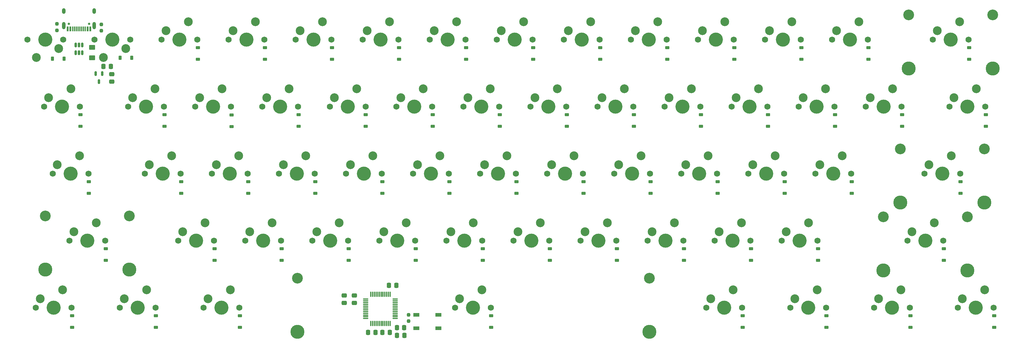
<source format=gbs>
G04 #@! TF.GenerationSoftware,KiCad,Pcbnew,8.0.3*
G04 #@! TF.CreationDate,2025-10-01T01:01:48-04:00*
G04 #@! TF.ProjectId,KP60,4b503630-2e6b-4696-9361-645f70636258,rev?*
G04 #@! TF.SameCoordinates,Original*
G04 #@! TF.FileFunction,Soldermask,Bot*
G04 #@! TF.FilePolarity,Negative*
%FSLAX46Y46*%
G04 Gerber Fmt 4.6, Leading zero omitted, Abs format (unit mm)*
G04 Created by KiCad (PCBNEW 8.0.3) date 2025-10-01 01:01:48*
%MOMM*%
%LPD*%
G01*
G04 APERTURE LIST*
G04 Aperture macros list*
%AMRoundRect*
0 Rectangle with rounded corners*
0 $1 Rounding radius*
0 $2 $3 $4 $5 $6 $7 $8 $9 X,Y pos of 4 corners*
0 Add a 4 corners polygon primitive as box body*
4,1,4,$2,$3,$4,$5,$6,$7,$8,$9,$2,$3,0*
0 Add four circle primitives for the rounded corners*
1,1,$1+$1,$2,$3*
1,1,$1+$1,$4,$5*
1,1,$1+$1,$6,$7*
1,1,$1+$1,$8,$9*
0 Add four rect primitives between the rounded corners*
20,1,$1+$1,$2,$3,$4,$5,0*
20,1,$1+$1,$4,$5,$6,$7,0*
20,1,$1+$1,$6,$7,$8,$9,0*
20,1,$1+$1,$8,$9,$2,$3,0*%
G04 Aperture macros list end*
%ADD10C,1.750000*%
%ADD11C,4.000000*%
%ADD12C,2.500000*%
%ADD13C,3.048000*%
%ADD14C,3.987800*%
%ADD15RoundRect,0.237500X-0.237500X0.250000X-0.237500X-0.250000X0.237500X-0.250000X0.237500X0.250000X0*%
%ADD16RoundRect,0.225000X0.375000X-0.225000X0.375000X0.225000X-0.375000X0.225000X-0.375000X-0.225000X0*%
%ADD17RoundRect,0.250000X0.337500X0.475000X-0.337500X0.475000X-0.337500X-0.475000X0.337500X-0.475000X0*%
%ADD18RoundRect,0.250000X0.475000X-0.337500X0.475000X0.337500X-0.475000X0.337500X-0.475000X-0.337500X0*%
%ADD19RoundRect,0.075000X0.075000X-0.662500X0.075000X0.662500X-0.075000X0.662500X-0.075000X-0.662500X0*%
%ADD20RoundRect,0.075000X0.662500X-0.075000X0.662500X0.075000X-0.662500X0.075000X-0.662500X-0.075000X0*%
%ADD21RoundRect,0.150000X-0.150000X0.512500X-0.150000X-0.512500X0.150000X-0.512500X0.150000X0.512500X0*%
%ADD22RoundRect,0.225000X0.225000X0.375000X-0.225000X0.375000X-0.225000X-0.375000X0.225000X-0.375000X0*%
%ADD23C,0.650000*%
%ADD24R,0.600000X1.450000*%
%ADD25R,0.300000X1.450000*%
%ADD26O,1.000000X1.600000*%
%ADD27O,1.000000X2.100000*%
%ADD28R,1.700000X1.000000*%
%ADD29RoundRect,0.150000X0.150000X-0.512500X0.150000X0.512500X-0.150000X0.512500X-0.150000X-0.512500X0*%
%ADD30RoundRect,0.250001X-0.624999X0.462499X-0.624999X-0.462499X0.624999X-0.462499X0.624999X0.462499X0*%
%ADD31RoundRect,0.250000X-0.337500X-0.475000X0.337500X-0.475000X0.337500X0.475000X-0.337500X0.475000X0*%
%ADD32RoundRect,0.250000X-0.475000X0.337500X-0.475000X-0.337500X0.475000X-0.337500X0.475000X0.337500X0*%
G04 APERTURE END LIST*
D10*
X327818750Y-83058000D03*
D11*
X332898750Y-83058000D03*
D10*
X337978750Y-83058000D03*
D12*
X329088750Y-80518000D03*
X335438750Y-77978000D03*
D10*
X275431250Y-121158000D03*
D11*
X280511250Y-121158000D03*
D10*
X285591250Y-121158000D03*
D12*
X276701250Y-118618000D03*
X283051250Y-116078000D03*
D10*
X170656250Y-140208000D03*
D11*
X175736250Y-140208000D03*
D10*
X180816250Y-140208000D03*
D12*
X171926250Y-137668000D03*
X178276250Y-135128000D03*
D10*
X161131250Y-121158000D03*
D11*
X166211250Y-121158000D03*
D10*
X171291250Y-121158000D03*
D12*
X162401250Y-118618000D03*
X168751250Y-116078000D03*
D10*
X223043750Y-83058000D03*
D11*
X228123750Y-83058000D03*
D10*
X233203750Y-83058000D03*
D12*
X224313750Y-80518000D03*
X230663750Y-77978000D03*
D13*
X320962000Y-76075000D03*
D14*
X320962000Y-91285000D03*
D13*
X344838000Y-76075000D03*
D14*
X344838000Y-91285000D03*
D10*
X294481250Y-121158000D03*
D11*
X299561250Y-121158000D03*
D10*
X304641250Y-121158000D03*
D12*
X295751250Y-118618000D03*
X302101250Y-116078000D03*
D10*
X103981250Y-121158000D03*
D11*
X109061250Y-121158000D03*
D10*
X114141250Y-121158000D03*
D12*
X105251250Y-118618000D03*
X111601250Y-116078000D03*
D10*
X175418750Y-102108000D03*
D11*
X180498750Y-102108000D03*
D10*
X185578750Y-102108000D03*
D12*
X176688750Y-99568000D03*
X183038750Y-97028000D03*
D10*
X332581250Y-102108000D03*
D11*
X337661250Y-102108000D03*
D10*
X342741250Y-102108000D03*
D12*
X333851250Y-99568000D03*
X340201250Y-97028000D03*
D10*
X137318750Y-102108000D03*
D11*
X142398750Y-102108000D03*
D10*
X147478750Y-102108000D03*
D12*
X138588750Y-99568000D03*
X144938750Y-97028000D03*
D10*
X82550000Y-140208000D03*
D11*
X87630000Y-140208000D03*
D10*
X92710000Y-140208000D03*
D12*
X83820000Y-137668000D03*
X90170000Y-135128000D03*
D10*
X118268750Y-102108000D03*
D11*
X123348750Y-102108000D03*
D10*
X128428750Y-102108000D03*
D12*
X119538750Y-99568000D03*
X125888750Y-97028000D03*
D10*
X189706250Y-140208000D03*
D11*
X194786250Y-140208000D03*
D10*
X199866250Y-140208000D03*
D12*
X190976250Y-137668000D03*
X197326250Y-135128000D03*
D10*
X334962500Y-159258000D03*
D11*
X340042500Y-159258000D03*
D10*
X345122500Y-159258000D03*
D12*
X336232500Y-156718000D03*
X342582500Y-154178000D03*
D10*
X192087500Y-159258000D03*
D11*
X197167500Y-159258000D03*
D10*
X202247500Y-159258000D03*
D12*
X193357500Y-156718000D03*
X199707500Y-154178000D03*
D10*
X227806250Y-140208000D03*
D11*
X232886250Y-140208000D03*
D10*
X237966250Y-140208000D03*
D12*
X229076250Y-137668000D03*
X235426250Y-135128000D03*
D10*
X289718750Y-102108000D03*
D11*
X294798750Y-102108000D03*
D10*
X299878750Y-102108000D03*
D12*
X290988750Y-99568000D03*
X297338750Y-97028000D03*
D10*
X73025000Y-159258000D03*
D11*
X78105000Y-159258000D03*
D10*
X83185000Y-159258000D03*
D12*
X74295000Y-156718000D03*
X80645000Y-154178000D03*
D10*
X213518750Y-102108000D03*
D11*
X218598750Y-102108000D03*
D10*
X223678750Y-102108000D03*
D12*
X214788750Y-99568000D03*
X221138750Y-97028000D03*
D10*
X299243750Y-83058000D03*
D11*
X304323750Y-83058000D03*
D10*
X309403750Y-83058000D03*
D12*
X300513750Y-80518000D03*
X306863750Y-77978000D03*
D10*
X194468750Y-102108000D03*
D11*
X199548750Y-102108000D03*
D10*
X204628750Y-102108000D03*
D12*
X195738750Y-99568000D03*
X202088750Y-97028000D03*
D10*
X132556250Y-140208000D03*
D11*
X137636250Y-140208000D03*
D10*
X142716250Y-140208000D03*
D12*
X133826250Y-137668000D03*
X140176250Y-135128000D03*
D10*
X127793750Y-83058000D03*
D11*
X132873750Y-83058000D03*
D10*
X137953750Y-83058000D03*
D12*
X129063750Y-80518000D03*
X135413750Y-77978000D03*
D10*
X80803750Y-83058000D03*
D11*
X75723750Y-83058000D03*
D10*
X70643750Y-83058000D03*
D12*
X79533750Y-85598000D03*
X73183750Y-88138000D03*
D10*
X180181250Y-121158000D03*
D11*
X185261250Y-121158000D03*
D10*
X190341250Y-121158000D03*
D12*
X181451250Y-118618000D03*
X187801250Y-116078000D03*
D10*
X96837500Y-159258000D03*
D11*
X101917500Y-159258000D03*
D10*
X106997500Y-159258000D03*
D12*
X98107500Y-156718000D03*
X104457500Y-154178000D03*
D10*
X151606250Y-140208000D03*
D11*
X156686250Y-140208000D03*
D10*
X161766250Y-140208000D03*
D12*
X152876250Y-137668000D03*
X159226250Y-135128000D03*
D10*
X308768750Y-102108000D03*
D11*
X313848750Y-102108000D03*
D10*
X318928750Y-102108000D03*
D12*
X310038750Y-99568000D03*
X316388750Y-97028000D03*
D13*
X147297000Y-150890000D03*
D14*
X147297000Y-166100000D03*
D13*
X247297000Y-150890000D03*
D14*
X247297000Y-166100000D03*
D10*
X270668750Y-102108000D03*
D11*
X275748750Y-102108000D03*
D10*
X280828750Y-102108000D03*
D12*
X271938750Y-99568000D03*
X278288750Y-97028000D03*
D10*
X232568750Y-102108000D03*
D11*
X237648750Y-102108000D03*
D10*
X242728750Y-102108000D03*
D12*
X233838750Y-99568000D03*
X240188750Y-97028000D03*
D10*
X120650000Y-159258000D03*
D11*
X125730000Y-159258000D03*
D10*
X130810000Y-159258000D03*
D12*
X121920000Y-156718000D03*
X128270000Y-154178000D03*
D10*
X218281250Y-121158000D03*
D11*
X223361250Y-121158000D03*
D10*
X228441250Y-121158000D03*
D12*
X219551250Y-118618000D03*
X225901250Y-116078000D03*
D10*
X203993750Y-83058000D03*
D11*
X209073750Y-83058000D03*
D10*
X214153750Y-83058000D03*
D12*
X205263750Y-80518000D03*
X211613750Y-77978000D03*
D13*
X318582000Y-114175000D03*
D14*
X318582000Y-129385000D03*
D13*
X342458000Y-114175000D03*
D14*
X342458000Y-129385000D03*
D10*
X99218750Y-102108000D03*
D11*
X104298750Y-102108000D03*
D10*
X109378750Y-102108000D03*
D12*
X100488750Y-99568000D03*
X106838750Y-97028000D03*
D10*
X108743750Y-83058000D03*
D11*
X113823750Y-83058000D03*
D10*
X118903750Y-83058000D03*
D12*
X110013750Y-80518000D03*
X116363750Y-77978000D03*
D10*
X199231250Y-121158000D03*
D11*
X204311250Y-121158000D03*
D10*
X209391250Y-121158000D03*
D12*
X200501250Y-118618000D03*
X206851250Y-116078000D03*
D10*
X256381250Y-121158000D03*
D11*
X261461250Y-121158000D03*
D10*
X266541250Y-121158000D03*
D12*
X257651250Y-118618000D03*
X264001250Y-116078000D03*
D10*
X242093750Y-83058000D03*
D11*
X247173750Y-83058000D03*
D10*
X252253750Y-83058000D03*
D12*
X243363750Y-80518000D03*
X249713750Y-77978000D03*
D10*
X287337500Y-159258000D03*
D11*
X292417500Y-159258000D03*
D10*
X297497500Y-159258000D03*
D12*
X288607500Y-156718000D03*
X294957500Y-154178000D03*
D10*
X146843750Y-83058000D03*
D11*
X151923750Y-83058000D03*
D10*
X157003750Y-83058000D03*
D12*
X148113750Y-80518000D03*
X154463750Y-77978000D03*
D10*
X280193750Y-83058000D03*
D11*
X285273750Y-83058000D03*
D10*
X290353750Y-83058000D03*
D12*
X281463750Y-80518000D03*
X287813750Y-77978000D03*
D10*
X246856250Y-140208000D03*
D11*
X251936250Y-140208000D03*
D10*
X257016250Y-140208000D03*
D12*
X248126250Y-137668000D03*
X254476250Y-135128000D03*
D10*
X265906250Y-140208000D03*
D11*
X270986250Y-140208000D03*
D10*
X276066250Y-140208000D03*
D12*
X267176250Y-137668000D03*
X273526250Y-135128000D03*
D10*
X311150000Y-159258000D03*
D11*
X316230000Y-159258000D03*
D10*
X321310000Y-159258000D03*
D12*
X312420000Y-156718000D03*
X318770000Y-154178000D03*
D10*
X156527500Y-102108000D03*
D11*
X161607500Y-102108000D03*
D10*
X166687500Y-102108000D03*
D12*
X157797500Y-99568000D03*
X164147500Y-97028000D03*
D10*
X261143750Y-83058000D03*
D11*
X266223750Y-83058000D03*
D10*
X271303750Y-83058000D03*
D12*
X262413750Y-80518000D03*
X268763750Y-77978000D03*
D10*
X75406250Y-102108000D03*
D11*
X80486250Y-102108000D03*
D10*
X85566250Y-102108000D03*
D12*
X76676250Y-99568000D03*
X83026250Y-97028000D03*
D13*
X75692000Y-133225000D03*
D14*
X75692000Y-148435000D03*
D13*
X99568000Y-133225000D03*
D14*
X99568000Y-148435000D03*
D10*
X77787500Y-121158000D03*
D11*
X82867500Y-121158000D03*
D10*
X87947500Y-121158000D03*
D12*
X79057500Y-118618000D03*
X85407500Y-116078000D03*
D13*
X313812000Y-133435000D03*
D14*
X313812000Y-148645000D03*
D13*
X337688000Y-133435000D03*
D14*
X337688000Y-148645000D03*
D10*
X208756250Y-140208000D03*
D11*
X213836250Y-140208000D03*
D10*
X218916250Y-140208000D03*
D12*
X210026250Y-137668000D03*
X216376250Y-135128000D03*
D10*
X320675000Y-140208000D03*
D11*
X325755000Y-140208000D03*
D10*
X330835000Y-140208000D03*
D12*
X321945000Y-137668000D03*
X328295000Y-135128000D03*
D10*
X263525000Y-159258000D03*
D11*
X268605000Y-159258000D03*
D10*
X273685000Y-159258000D03*
D12*
X264795000Y-156718000D03*
X271145000Y-154178000D03*
D10*
X113506250Y-140208000D03*
D11*
X118586250Y-140208000D03*
D10*
X123666250Y-140208000D03*
D12*
X114776250Y-137668000D03*
X121126250Y-135128000D03*
D10*
X284956250Y-140208000D03*
D11*
X290036250Y-140208000D03*
D10*
X295116250Y-140208000D03*
D12*
X286226250Y-137668000D03*
X292576250Y-135128000D03*
D10*
X237331250Y-121158000D03*
D11*
X242411250Y-121158000D03*
D10*
X247491250Y-121158000D03*
D12*
X238601250Y-118618000D03*
X244951250Y-116078000D03*
D10*
X142081250Y-121158000D03*
D11*
X147161250Y-121158000D03*
D10*
X152241250Y-121158000D03*
D12*
X143351250Y-118618000D03*
X149701250Y-116078000D03*
D10*
X165893750Y-83058000D03*
D11*
X170973750Y-83058000D03*
D10*
X176053750Y-83058000D03*
D12*
X167163750Y-80518000D03*
X173513750Y-77978000D03*
D10*
X251618750Y-102108000D03*
D11*
X256698750Y-102108000D03*
D10*
X261778750Y-102108000D03*
D12*
X252888750Y-99568000D03*
X259238750Y-97028000D03*
D10*
X325437500Y-121158000D03*
D11*
X330517500Y-121158000D03*
D10*
X335597500Y-121158000D03*
D12*
X326707500Y-118618000D03*
X333057500Y-116078000D03*
D10*
X184943750Y-83058000D03*
D11*
X190023750Y-83058000D03*
D10*
X195103750Y-83058000D03*
D12*
X186213750Y-80518000D03*
X192563750Y-77978000D03*
D10*
X99853750Y-83058000D03*
D11*
X94773750Y-83058000D03*
D10*
X89693750Y-83058000D03*
D12*
X98583750Y-85598000D03*
X92233750Y-88138000D03*
D10*
X123031250Y-121158000D03*
D11*
X128111250Y-121158000D03*
D10*
X133191250Y-121158000D03*
D12*
X124301250Y-118618000D03*
X130651250Y-116078000D03*
D15*
X79050000Y-78605000D03*
X79050000Y-80430000D03*
D16*
X319087500Y-107726750D03*
X319087500Y-104426750D03*
D17*
X177697500Y-167140000D03*
X175622500Y-167140000D03*
D16*
X285750000Y-126776750D03*
X285750000Y-123476750D03*
X261937500Y-107726750D03*
X261937500Y-104426750D03*
X233362500Y-88676750D03*
X233362500Y-85376750D03*
X297656250Y-164876750D03*
X297656250Y-161576750D03*
X92868750Y-145826750D03*
X92868750Y-142526750D03*
X200025000Y-145826750D03*
X200025000Y-142526750D03*
X280987500Y-107726750D03*
X280987500Y-104426750D03*
X161925000Y-145826750D03*
X161925000Y-142526750D03*
X176212500Y-88676750D03*
X176212500Y-85376750D03*
X223837500Y-107726750D03*
X223837500Y-104426750D03*
X202406250Y-164876750D03*
X202406250Y-161576750D03*
D17*
X177687500Y-164980000D03*
X175612500Y-164980000D03*
D16*
X204787500Y-107726750D03*
X204787500Y-104426750D03*
X242887500Y-107726750D03*
X242887500Y-104426750D03*
D15*
X91620000Y-78727500D03*
X91620000Y-80552500D03*
D16*
X152400000Y-126776750D03*
X152400000Y-123476750D03*
X214312500Y-88676750D03*
X214312500Y-85376750D03*
X88106250Y-126776750D03*
X88106250Y-123476750D03*
D18*
X94550000Y-94967500D03*
X94550000Y-92892500D03*
D16*
X133350000Y-126776750D03*
X133350000Y-123476750D03*
D19*
X173680000Y-163760000D03*
X173180000Y-163760000D03*
X172680000Y-163760000D03*
X172180000Y-163760000D03*
X171680000Y-163760000D03*
X171180000Y-163760000D03*
X170680000Y-163760000D03*
X170180000Y-163760000D03*
X169680000Y-163760000D03*
X169180000Y-163760000D03*
X168680000Y-163760000D03*
X168180000Y-163760000D03*
D20*
X166767500Y-162347500D03*
X166767500Y-161847500D03*
X166767500Y-161347500D03*
X166767500Y-160847500D03*
X166767500Y-160347500D03*
X166767500Y-159847500D03*
X166767500Y-159347500D03*
X166767500Y-158847500D03*
X166767500Y-158347500D03*
X166767500Y-157847500D03*
X166767500Y-157347500D03*
X166767500Y-156847500D03*
D19*
X168180000Y-155435000D03*
X168680000Y-155435000D03*
X169180000Y-155435000D03*
X169680000Y-155435000D03*
X170180000Y-155435000D03*
X170680000Y-155435000D03*
X171180000Y-155435000D03*
X171680000Y-155435000D03*
X172180000Y-155435000D03*
X172680000Y-155435000D03*
X173180000Y-155435000D03*
X173680000Y-155435000D03*
D20*
X175092500Y-156847500D03*
X175092500Y-157347500D03*
X175092500Y-157847500D03*
X175092500Y-158347500D03*
X175092500Y-158847500D03*
X175092500Y-159347500D03*
X175092500Y-159847500D03*
X175092500Y-160347500D03*
X175092500Y-160847500D03*
X175092500Y-161347500D03*
X175092500Y-161847500D03*
X175092500Y-162347500D03*
D16*
X321468750Y-164876750D03*
X321468750Y-161576750D03*
X309562500Y-88676750D03*
X309562500Y-85376750D03*
D21*
X90000000Y-92735000D03*
X91900000Y-92735000D03*
X90950000Y-95010000D03*
D16*
X171450000Y-126776750D03*
X171450000Y-123476750D03*
X342900000Y-107726750D03*
X342900000Y-104426750D03*
X195262500Y-88676750D03*
X195262500Y-85376750D03*
X130968750Y-164876750D03*
X130968750Y-161576750D03*
D22*
X100287500Y-88265000D03*
X96987500Y-88265000D03*
D16*
X276225000Y-145826750D03*
X276225000Y-142526750D03*
D23*
X82392500Y-78580000D03*
X88172500Y-78580000D03*
D24*
X82032500Y-80025000D03*
X82832500Y-80025000D03*
D25*
X84032500Y-80025000D03*
X85032500Y-80025000D03*
X85532500Y-80025000D03*
X86532500Y-80025000D03*
D24*
X87732500Y-80025000D03*
X88532500Y-80025000D03*
X88532500Y-80025000D03*
X87732500Y-80025000D03*
D25*
X87032500Y-80025000D03*
X86032500Y-80025000D03*
X84532500Y-80025000D03*
X83532500Y-80025000D03*
D24*
X82832500Y-80025000D03*
X82032500Y-80025000D03*
D26*
X80962500Y-74930000D03*
D27*
X80962500Y-79110000D03*
D26*
X89602500Y-74930000D03*
D27*
X89602500Y-79110000D03*
D16*
X109537500Y-107726750D03*
X109537500Y-104426750D03*
X345281250Y-164876750D03*
X345281250Y-161576750D03*
X157162500Y-88676750D03*
X157162500Y-85376750D03*
D28*
X181100000Y-165070000D03*
X187400000Y-165070000D03*
X181100000Y-161270000D03*
X187400000Y-161270000D03*
D22*
X81026000Y-88519000D03*
X77726000Y-88519000D03*
D16*
X304800000Y-126776750D03*
X304800000Y-123476750D03*
X83343750Y-164876750D03*
X83343750Y-161576750D03*
D29*
X86230000Y-86830000D03*
X85280000Y-86830000D03*
X84330000Y-86830000D03*
X84330000Y-84555000D03*
X85280000Y-84555000D03*
X86230000Y-84555000D03*
D16*
X335756250Y-126776750D03*
X335756250Y-123476750D03*
X114300000Y-126776750D03*
X114300000Y-123476750D03*
X300037500Y-107726750D03*
X300037500Y-104426750D03*
X147637500Y-107726750D03*
X147637500Y-104426750D03*
D30*
X89000000Y-85292500D03*
X89000000Y-88267500D03*
D31*
X92262500Y-90660000D03*
X94337500Y-90660000D03*
D16*
X257175000Y-145826750D03*
X257175000Y-142526750D03*
X119062500Y-88676750D03*
X119062500Y-85376750D03*
X238125000Y-145826750D03*
X238125000Y-142526750D03*
X247650000Y-126776750D03*
X247650000Y-123476750D03*
X190500000Y-126776750D03*
X190500000Y-123476750D03*
X128587500Y-107789250D03*
X128587500Y-104489250D03*
X252412500Y-88676750D03*
X252412500Y-85376750D03*
X185737500Y-107726750D03*
X185737500Y-104426750D03*
X271462500Y-88676750D03*
X271462500Y-85376750D03*
X228600000Y-126776750D03*
X228600000Y-123476750D03*
X166687500Y-107726750D03*
X166687500Y-104426750D03*
X180975000Y-145826750D03*
X180975000Y-142526750D03*
D15*
X178900000Y-161287500D03*
X178900000Y-163112500D03*
D31*
X167405000Y-166300000D03*
X169480000Y-166300000D03*
D16*
X338137500Y-88676750D03*
X338137500Y-85376750D03*
X107156250Y-164876750D03*
X107156250Y-161576750D03*
X85725000Y-107726750D03*
X85725000Y-104426750D03*
X142875000Y-145826750D03*
X142875000Y-142526750D03*
X209550000Y-126776750D03*
X209550000Y-123476750D03*
X273843750Y-164876750D03*
X273843750Y-161576750D03*
D17*
X173557500Y-166280000D03*
X171482500Y-166280000D03*
D32*
X163520000Y-155812500D03*
X163520000Y-157887500D03*
D16*
X290512500Y-88676750D03*
X290512500Y-85376750D03*
X123825000Y-145826750D03*
X123825000Y-142526750D03*
X295275000Y-145826750D03*
X295275000Y-142526750D03*
X330993750Y-145764250D03*
X330993750Y-142464250D03*
X138112500Y-88676750D03*
X138112500Y-85376750D03*
D32*
X160660000Y-155812500D03*
X160660000Y-157887500D03*
D16*
X266700000Y-126776750D03*
X266700000Y-123476750D03*
D17*
X175447500Y-152920000D03*
X173372500Y-152920000D03*
D16*
X219075000Y-145826750D03*
X219075000Y-142526750D03*
M02*

</source>
